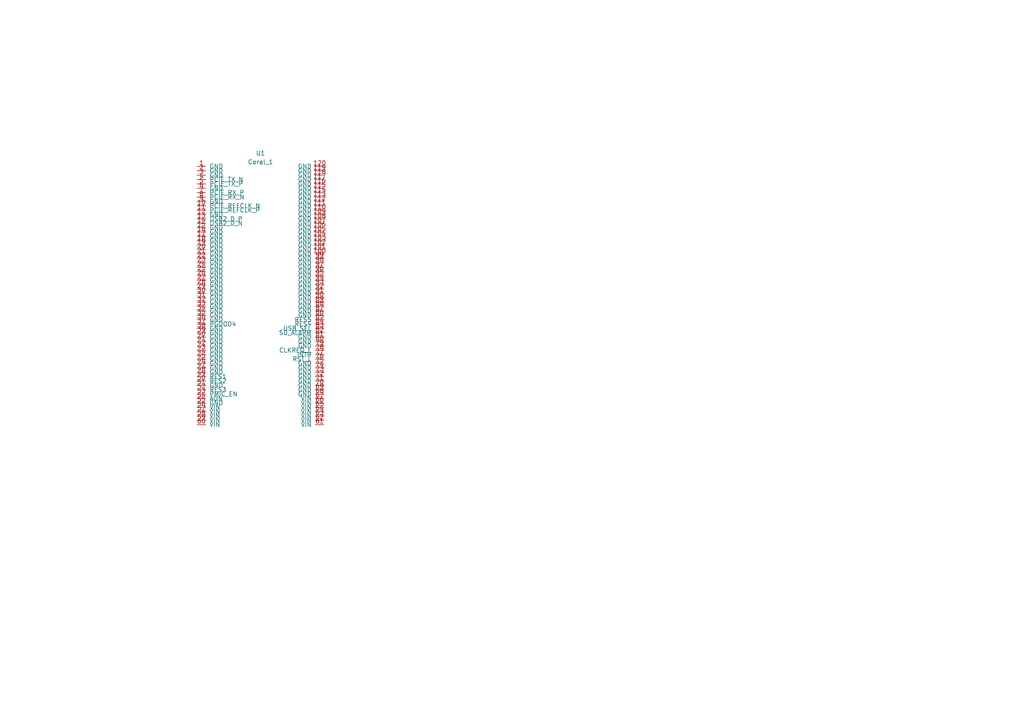
<source format=kicad_sch>
(kicad_sch (version 20230121) (generator eeschema)
  (paper "A4")
  (lib_symbols
    (symbol "coral:Coral_1" (pin_names (offset 1.016))
      (property "Reference" "U" (at 0 0 0))
      (property "Value" "Coral_1" (at 0 0 0))
      (symbol "Coral_1_1_1"
        (pin input line (at -22.86 38.1 0) (length 2.54) (name "GND") (number "1"))
        (pin input line (at -22.86 26.67 0) (length 2.54) (name "PCIE_REFCLK_N") (number "10"))
        (pin input line (at 13.97 12.7 180) (length 2.54) (name "GND") (number "100"))
        (pin input line (at 13.97 13.97 180) (length 2.54) (name "GND") (number "101"))
        (pin input line (at 13.97 15.24 180) (length 2.54) (name "GND") (number "102"))
        (pin input line (at 13.97 16.51 180) (length 2.54) (name "GND") (number "103"))
        (pin input line (at 13.97 17.78 180) (length 2.54) (name "GND") (number "104"))
        (pin input line (at 13.97 19.05 180) (length 2.54) (name "GND") (number "105"))
        (pin input line (at 13.97 20.32 180) (length 2.54) (name "GND") (number "106"))
        (pin input line (at 13.97 21.59 180) (length 2.54) (name "GND") (number "107"))
        (pin input line (at 13.97 22.86 180) (length 2.54) (name "GND") (number "108"))
        (pin input line (at 13.97 24.13 180) (length 2.54) (name "GND") (number "109"))
        (pin input line (at -22.86 25.4 0) (length 2.54) (name "PCIE_REFCLK_P") (number "11"))
        (pin input line (at 13.97 25.4 180) (length 2.54) (name "GND") (number "110"))
        (pin input line (at 13.97 26.67 180) (length 2.54) (name "GND") (number "111"))
        (pin input line (at 13.97 27.94 180) (length 2.54) (name "GND") (number "112"))
        (pin input line (at 13.97 29.21 180) (length 2.54) (name "GND") (number "113"))
        (pin input line (at 13.97 30.48 180) (length 2.54) (name "GND") (number "114"))
        (pin input line (at 13.97 31.75 180) (length 2.54) (name "GND") (number "115"))
        (pin input line (at 13.97 33.02 180) (length 2.54) (name "GND") (number "116"))
        (pin input line (at 13.97 34.29 180) (length 2.54) (name "GND") (number "117"))
        (pin input line (at 13.97 35.56 180) (length 2.54) (name "GND") (number "118"))
        (pin input line (at 13.97 36.83 180) (length 2.54) (name "GND") (number "119"))
        (pin input line (at -22.86 24.13 0) (length 2.54) (name "GND") (number "12"))
        (pin input line (at 13.97 38.1 180) (length 2.54) (name "GND") (number "120"))
        (pin input line (at -22.86 22.86 0) (length 2.54) (name "USB2_D_P") (number "13"))
        (pin input line (at -22.86 21.59 0) (length 2.54) (name "USB2_D_N") (number "14"))
        (pin input line (at -22.86 20.32 0) (length 2.54) (name "GND") (number "15"))
        (pin input line (at -22.86 19.05 0) (length 2.54) (name "GND") (number "16"))
        (pin input line (at -22.86 17.78 0) (length 2.54) (name "GND") (number "17"))
        (pin input line (at -22.86 16.51 0) (length 2.54) (name "GND") (number "18"))
        (pin input line (at -22.86 15.24 0) (length 2.54) (name "GND") (number "19"))
        (pin input line (at -22.86 36.83 0) (length 2.54) (name "GND") (number "2"))
        (pin input line (at -22.86 13.97 0) (length 2.54) (name "GND") (number "20"))
        (pin input line (at -22.86 12.7 0) (length 2.54) (name "GND") (number "21"))
        (pin input line (at -22.86 11.43 0) (length 2.54) (name "GND") (number "22"))
        (pin input line (at -22.86 10.16 0) (length 2.54) (name "GND") (number "23"))
        (pin input line (at -22.86 8.89 0) (length 2.54) (name "GND") (number "24"))
        (pin input line (at -22.86 7.62 0) (length 2.54) (name "GND") (number "25"))
        (pin input line (at -22.86 6.35 0) (length 2.54) (name "GND") (number "26"))
        (pin input line (at -22.86 5.08 0) (length 2.54) (name "GND") (number "27"))
        (pin input line (at -22.86 3.81 0) (length 2.54) (name "GND") (number "28"))
        (pin input line (at -22.86 2.54 0) (length 2.54) (name "GND") (number "29"))
        (pin input line (at -22.86 35.56 0) (length 2.54) (name "GND") (number "3"))
        (pin input line (at -22.86 1.27 0) (length 2.54) (name "GND") (number "30"))
        (pin input line (at -22.86 0 0) (length 2.54) (name "GND") (number "31"))
        (pin input line (at -22.86 -1.27 0) (length 2.54) (name "GND") (number "32"))
        (pin input line (at -22.86 -2.54 0) (length 2.54) (name "GND") (number "33"))
        (pin input line (at -22.86 -3.81 0) (length 2.54) (name "GND") (number "34"))
        (pin input line (at -22.86 -5.08 0) (length 2.54) (name "GND") (number "35"))
        (pin input line (at -22.86 -6.35 0) (length 2.54) (name "GND") (number "36"))
        (pin input line (at -22.86 -7.62 0) (length 2.54) (name "PGOOD4") (number "37"))
        (pin input line (at -22.86 -8.89 0) (length 2.54) (name "GND") (number "38"))
        (pin input line (at -22.86 -10.16 0) (length 2.54) (name "GND") (number "39"))
        (pin input line (at -22.86 34.29 0) (length 2.54) (name "PCIE_TX_N") (number "4"))
        (pin input line (at -22.86 -11.43 0) (length 2.54) (name "GND") (number "40"))
        (pin input line (at -22.86 -12.7 0) (length 2.54) (name "GND") (number "41"))
        (pin input line (at -22.86 -13.97 0) (length 2.54) (name "GND") (number "42"))
        (pin input line (at -22.86 -15.24 0) (length 2.54) (name "GND") (number "43"))
        (pin input line (at -22.86 -16.51 0) (length 2.54) (name "GND") (number "44"))
        (pin input line (at -22.86 -17.78 0) (length 2.54) (name "GND") (number "45"))
        (pin input line (at -22.86 -19.05 0) (length 2.54) (name "GND") (number "46"))
        (pin input line (at -22.86 -20.32 0) (length 2.54) (name "GND") (number "47"))
        (pin input line (at -22.86 -21.59 0) (length 2.54) (name "GND") (number "48"))
        (pin input line (at -22.86 -22.86 0) (length 2.54) (name "RES1") (number "49"))
        (pin input line (at -22.86 33.02 0) (length 2.54) (name "PCIE_TX_P") (number "5"))
        (pin input line (at -22.86 -24.13 0) (length 2.54) (name "RES2") (number "50"))
        (pin input line (at -22.86 -25.4 0) (length 2.54) (name "GND") (number "51"))
        (pin input line (at -22.86 -26.67 0) (length 2.54) (name "RES3") (number "52"))
        (pin input line (at -22.86 -27.94 0) (length 2.54) (name "PMIC_EN") (number "53"))
        (pin input line (at -22.86 -29.21 0) (length 2.54) (name "AON") (number "54"))
        (pin input line (at -22.86 -30.48 0) (length 2.54) (name "GND") (number "55"))
        (pin input line (at -22.86 -31.75 0) (length 2.54) (name "VIN") (number "56"))
        (pin input line (at -22.86 -33.02 0) (length 2.54) (name "VIN") (number "57"))
        (pin input line (at -22.86 -34.29 0) (length 2.54) (name "VIN") (number "58"))
        (pin input line (at -22.86 -35.56 0) (length 2.54) (name "VIN") (number "59"))
        (pin input line (at -22.86 31.75 0) (length 2.54) (name "GND") (number "6"))
        (pin input line (at -22.86 -36.83 0) (length 2.54) (name "VIN") (number "60"))
        (pin input line (at 13.97 -36.83 180) (length 2.54) (name "VIN") (number "61"))
        (pin input line (at 13.97 -35.56 180) (length 2.54) (name "VIN") (number "62"))
        (pin input line (at 13.97 -34.29 180) (length 2.54) (name "VIN") (number "63"))
        (pin input line (at 13.97 -33.02 180) (length 2.54) (name "VIN") (number "64"))
        (pin input line (at 13.97 -31.75 180) (length 2.54) (name "VIN") (number "65"))
        (pin input line (at 13.97 -30.48 180) (length 2.54) (name "VIN") (number "66"))
        (pin input line (at 13.97 -29.21 180) (length 2.54) (name "VIN") (number "67"))
        (pin input line (at 13.97 -27.94 180) (length 2.54) (name "GND") (number "68"))
        (pin input line (at 13.97 -26.67 180) (length 2.54) (name "GND") (number "69"))
        (pin input line (at -22.86 30.48 0) (length 2.54) (name "PCIE_RX_P") (number "7"))
        (pin input line (at 13.97 -25.4 180) (length 2.54) (name "GND") (number "70"))
        (pin input line (at 13.97 -24.13 180) (length 2.54) (name "GND") (number "71"))
        (pin input line (at 13.97 -22.86 180) (length 2.54) (name "GND") (number "72"))
        (pin input line (at 13.97 -21.59 180) (length 2.54) (name "GND") (number "73"))
        (pin input line (at 13.97 -20.32 180) (length 2.54) (name "GND") (number "74"))
        (pin input line (at 13.97 -19.05 180) (length 2.54) (name "GND") (number "75"))
        (pin input line (at 13.97 -17.78 180) (length 2.54) (name "RST_L") (number "76"))
        (pin input line (at 13.97 -16.51 180) (length 2.54) (name "INTR") (number "77"))
        (pin input line (at 13.97 -15.24 180) (length 2.54) (name "CLKREQ_L") (number "78"))
        (pin input line (at 13.97 -13.97 180) (length 2.54) (name "GND") (number "79"))
        (pin input line (at -22.86 29.21 0) (length 2.54) (name "PCIE_RX_N") (number "8"))
        (pin input line (at 13.97 -12.7 180) (length 2.54) (name "GND") (number "80"))
        (pin input line (at 13.97 -11.43 180) (length 2.54) (name "GND") (number "81"))
        (pin input line (at 13.97 -10.16 180) (length 2.54) (name "SD_ALARM") (number "82"))
        (pin input line (at 13.97 -8.89 180) (length 2.54) (name "USB_SEL") (number "83"))
        (pin input line (at 13.97 -7.62 180) (length 2.54) (name "RES4") (number "84"))
        (pin input line (at 13.97 -6.35 180) (length 2.54) (name "RES5") (number "85"))
        (pin input line (at 13.97 -5.08 180) (length 2.54) (name "GND") (number "86"))
        (pin input line (at 13.97 -3.81 180) (length 2.54) (name "GND") (number "87"))
        (pin input line (at 13.97 -2.54 180) (length 2.54) (name "GND") (number "88"))
        (pin input line (at 13.97 -1.27 180) (length 2.54) (name "GND") (number "89"))
        (pin input line (at -22.86 27.94 0) (length 2.54) (name "GND") (number "9"))
        (pin input line (at 13.97 0 180) (length 2.54) (name "GND") (number "90"))
        (pin input line (at 13.97 1.27 180) (length 2.54) (name "GND") (number "91"))
        (pin input line (at 13.97 2.54 180) (length 2.54) (name "GND") (number "92"))
        (pin input line (at 13.97 3.81 180) (length 2.54) (name "GND") (number "93"))
        (pin input line (at 13.97 5.08 180) (length 2.54) (name "GND") (number "94"))
        (pin input line (at 13.97 6.35 180) (length 2.54) (name "GND") (number "95"))
        (pin input line (at 13.97 7.62 180) (length 2.54) (name "GND") (number "96"))
        (pin input line (at 13.97 8.89 180) (length 2.54) (name "GND") (number "97"))
        (pin input line (at 13.97 10.16 180) (length 2.54) (name "GND") (number "98"))
        (pin input line (at 13.97 11.43 180) (length 2.54) (name "GND") (number "99"))
      )
    )
  )
  (symbol (lib_id "coral:Coral_1") (at 80.01 86.36 0) (unit 1)
    (property "Reference" "U1" (at 75.565 44.45 0))
    (property "Value" "Coral_1" (at 75.565 46.99 0))
    (property "Footprint" "nbhightech:LGA120" (effects hide))
  )
)
</source>
